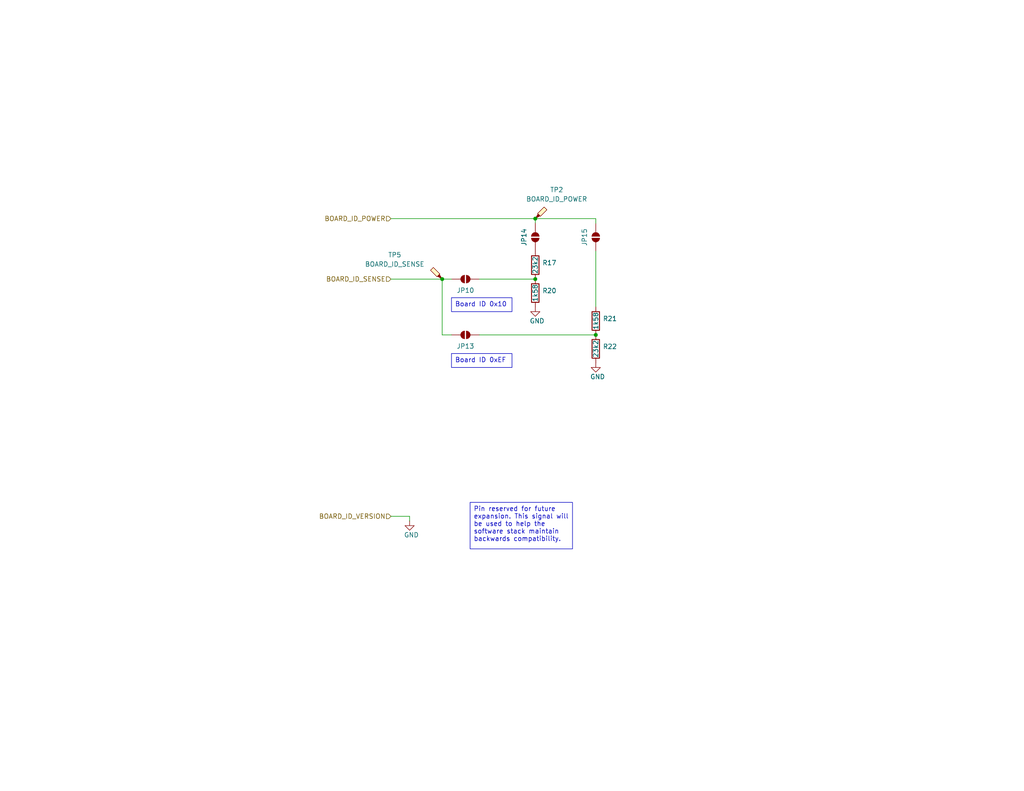
<source format=kicad_sch>
(kicad_sch (version 20231120) (generator "eeschema") (generator_version "8.0")
  (paper "USLetter")
  (lib_symbols
    (symbol "Connector:TestPoint_Probe" (pin_numbers hide) (pin_names (offset 0.762) hide)
      (property "Reference" "TP" (at 1.651 5.842 0))
      (property "Value" "TestPoint_Probe" (at 1.651 4.064 0))
      (symbol "TestPoint_Probe_0_1"
        (polyline (pts (xy 1.27 0.762) (xy 0 0) (xy 0.762 1.27) (xy 1.27 0.762)) (fill (type outline)))
        (polyline (pts (xy 1.397 0.635) (xy 0.635 1.397) (xy 2.413 3.175) (xy 3.175 2.413) (xy 1.397 0.635)) (fill (type background)))
      )
      (symbol "TestPoint_Probe_1_1"
        (pin passive line (at 0 0 90) (length 0) (name "1") (number "1"))
      )
    )
    (symbol "Device:R" (pin_numbers hide) (pin_names (offset 0))
      (property "Reference" "R" (at 2.032 0 90))
      (property "Value" "R" (at 0 0 90))
      (symbol "R_0_1"
        (rectangle (start -1.016 -2.54) (end 1.016 2.54) (stroke (width 0.254)))
      )
      (symbol "R_1_1"
        (pin passive line (at 0 3.81 270) (length 1.27) (name "~") (number "1"))
        (pin passive line (at 0 -3.81 90) (length 1.27) (name "~") (number "2"))
      )
    )
    (symbol "Jumper:SolderJumper_2_Open" (pin_numbers hide) (pin_names (offset 0) hide) (exclude_from_sim yes) (in_bom no)
      (property "Reference" "JP" (at 0 2.032 0))
      (property "Value" "SolderJumper_2_Open" (at 0 -2.54 0))
      (symbol "SolderJumper_2_Open_0_1"
        (arc (start -0.254 1.016) (mid -1.2656 0) (end -0.254 -1.016))
        (arc (start -0.254 1.016) (mid -1.2656 0) (end -0.254 -1.016) (fill (type outline)))
        (polyline (pts (xy -0.254 1.016) (xy -0.254 -1.016)))
        (polyline (pts (xy 0.254 1.016) (xy 0.254 -1.016)))
        (arc (start 0.254 -1.016) (mid 1.2656 0) (end 0.254 1.016))
        (arc (start 0.254 -1.016) (mid 1.2656 0) (end 0.254 1.016) (fill (type outline)))
      )
      (symbol "SolderJumper_2_Open_1_1"
        (pin passive line (at -3.81 0 0) (length 2.54) (name "A") (number "1"))
        (pin passive line (at 3.81 0 180) (length 2.54) (name "B") (number "2"))
      )
    )
    (symbol "power:GND" (power) (pin_numbers hide) (pin_names (offset 0) hide)
      (property "Value" "GND" (at 0 -3.81 0))
      (symbol "GND_0_1"
        (polyline (pts (xy 0 0) (xy 0 -1.27) (xy 1.27 -1.27) (xy 0 -2.54) (xy -1.27 -1.27) (xy 0 -1.27)))
      )
      (symbol "GND_1_1"
        (pin power_in line (at 0 0 270) (length 0) (name "~") (number "1"))
      )
    )
  )
  (junction (at 162.56 91.44))
  (junction (at 146.05 59.69))
  (junction (at 120.65 76.2))
  (junction (at 146.05 76.2))
  (wire (pts (xy 162.56 59.69) (xy 146.05 59.69)))
  (wire (pts (xy 106.68 140.97) (xy 111.76 140.97)))
  (wire (pts (xy 111.76 140.97) (xy 111.76 142.24)))
  (wire (pts (xy 130.81 76.2) (xy 146.05 76.2)))
  (wire (pts (xy 106.68 59.69) (xy 146.05 59.69)))
  (wire (pts (xy 120.65 76.2) (xy 123.19 76.2)))
  (wire (pts (xy 120.65 91.44) (xy 123.19 91.44)))
  (wire (pts (xy 162.56 68.58) (xy 162.56 83.82)))
  (wire (pts (xy 146.05 59.69) (xy 146.05 60.96)))
  (wire (pts (xy 106.68 76.2) (xy 120.65 76.2)))
  (wire (pts (xy 130.81 91.44) (xy 162.56 91.44)))
  (wire (pts (xy 120.65 76.2) (xy 120.65 91.44)))
  (wire (pts (xy 162.56 60.96) (xy 162.56 59.69)))
  (text_box "Board ID 0xEF" (at 123.19 96.52 0) (size 16.51 3.81) (effects (font (size 1.27 1.27)) (justify left top)))
  (text_box "Pin reserved for future expansion. This signal will be used to help the software stack maintain backwards compatibility." (at 128.27 137.16 0) (size 27.94 12.7) (effects (font (size 1.27 1.27)) (justify left top)))
  (text_box "Board ID 0x10" (at 123.19 81.28 0) (size 16.51 3.81) (effects (font (size 1.27 1.27)) (justify left top)))
  (hierarchical_label "BOARD_ID_VERSION" (shape input) (at 106.68 140.97 180))
  (hierarchical_label "BOARD_ID_SENSE" (shape input) (at 106.68 76.2 180))
  (hierarchical_label "BOARD_ID_POWER" (shape input) (at 106.68 59.69 180))
  (symbol (lib_id "Device:R") (at 162.56 87.63 0) (mirror y) (unit 1)
    (property "Reference" "R21" (at 164.465 86.995 0) (effects (justify right)))
    (property "Value" "1k58" (at 162.56 87.63 90))
    (property "Footprint" "footprints:Nondescript_R_0402_1005Metric" (effects (hide yes)))
    (property "Active" "Y" (effects (hide yes)))
    (property "MPN" "C113483" (effects (hide yes)))
    (property "Manufacturer" "UNI-ROYAL(Uniroyal Elec)" (effects (hide yes)))
    (property "Manufacturer Part Number" "0402WGF1581TCE" (effects (hide yes)))
    (property "Basic or Extended Component" "Extended" (effects (hide yes)))
  )
  (symbol (lib_id "Jumper:SolderJumper_2_Open") (at 146.05 64.77 270) (unit 1) (exclude_from_sim yes) (in_bom no)
    (property "Reference" "JP14" (at 142.24 64.77 0) (effects (justify bottom)))
    (property "Value" "0x10" (effects (hide yes)))
    (property "Footprint" "Jumper:SolderJumper-2_P1.3mm_Open_RoundedPad1.0x1.5mm" (effects (hide yes)))
    (property "MPN" "NA" (effects (hide yes)))
  )
  (symbol (lib_id "power:GND") (at 162.56 99.06 0) (mirror y) (unit 1)
    (property "Reference" "#PWR17" (effects (hide yes)))
    (property "Value" "GND" (at 165.1 102.87 0) (effects (justify left)))
  )
  (symbol (lib_id "Device:R") (at 162.56 95.25 0) (mirror y) (unit 1)
    (property "Reference" "R22" (at 164.465 94.615 0) (effects (justify right)))
    (property "Value" "23k2" (at 162.56 95.25 90))
    (property "Footprint" "footprints:Nondescript_R_0402_1005Metric" (effects (hide yes)))
    (property "Active" "Y" (effects (hide yes)))
    (property "MPN" "C25873" (effects (hide yes)))
    (property "Manufacturer" "UNI-ROYAL(Uniroyal Elec)" (effects (hide yes)))
    (property "Manufacturer Part Number" "0402WGF2322TCE" (effects (hide yes)))
    (property "Basic or Extended Component" "Extended" (effects (hide yes)))
  )
  (symbol (lib_id "power:GND") (at 111.76 142.24 0) (mirror y) (unit 1)
    (property "Reference" "#PWR57" (effects (hide yes)))
    (property "Value" "GND" (at 114.3 146.05 0) (effects (justify left)))
  )
  (symbol (lib_id "Jumper:SolderJumper_2_Open") (at 127 76.2 0) (unit 1) (exclude_from_sim yes) (in_bom no)
    (property "Reference" "JP10" (at 127 80.01 0) (effects (justify bottom)))
    (property "Value" "SolderJumper_2_Open" (effects (hide yes)))
    (property "Footprint" "Jumper:SolderJumper-2_P1.3mm_Open_RoundedPad1.0x1.5mm" (effects (hide yes)))
    (property "MPN" "NA" (effects (hide yes)))
  )
  (symbol (lib_id "Device:R") (at 146.05 80.01 0) (mirror y) (unit 1)
    (property "Reference" "R20" (at 147.955 79.375 0) (effects (justify right)))
    (property "Value" "1k58" (at 146.05 80.01 90))
    (property "Footprint" "footprints:Nondescript_R_0402_1005Metric" (effects (hide yes)))
    (property "Active" "Y" (effects (hide yes)))
    (property "MPN" "C113483" (effects (hide yes)))
    (property "Manufacturer" "UNI-ROYAL(Uniroyal Elec)" (effects (hide yes)))
    (property "Manufacturer Part Number" "0402WGF1581TCE" (effects (hide yes)))
    (property "Basic or Extended Component" "Extended" (effects (hide yes)))
  )
  (symbol (lib_id "Device:R") (at 146.05 72.39 0) (mirror y) (unit 1)
    (property "Reference" "R17" (at 147.955 71.755 0) (effects (justify right)))
    (property "Value" "23k2" (at 146.05 72.39 90))
    (property "Footprint" "footprints:Nondescript_R_0402_1005Metric" (effects (hide yes)))
    (property "Active" "Y" (effects (hide yes)))
    (property "MPN" "C25873" (effects (hide yes)))
    (property "Manufacturer" "UNI-ROYAL(Uniroyal Elec)" (effects (hide yes)))
    (property "Manufacturer Part Number" "0402WGF2322TCE" (effects (hide yes)))
    (property "Basic or Extended Component" "Extended" (effects (hide yes)))
  )
  (symbol (lib_id "Jumper:SolderJumper_2_Open") (at 127 91.44 0) (unit 1) (exclude_from_sim yes) (in_bom no)
    (property "Reference" "JP13" (at 127 95.25 0) (effects (justify bottom)))
    (property "Value" "SolderJumper_2_Open" (effects (hide yes)))
    (property "Footprint" "Jumper:SolderJumper-2_P1.3mm_Open_RoundedPad1.0x1.5mm" (effects (hide yes)))
    (property "MPN" "NA" (effects (hide yes)))
  )
  (symbol (lib_id "Connector:TestPoint_Probe") (at 146.05 59.69 0) (unit 1) (in_bom no)
    (property "Reference" "TP2" (at 151.892 51.816 0))
    (property "Value" "BOARD_ID_POWER" (at 151.892 54.356 0))
    (property "Footprint" "footprints:TestPoint_Pad_D1.5mm" (effects (hide yes)))
    (property "Description" "test point (alternative probe-style design)" (effects (hide yes)))
    (property "Active" "Y" (effects (hide yes)))
    (property "MPN" "NA" (effects (hide yes)))
  )
  (symbol (lib_id "Connector:TestPoint_Probe") (at 120.65 76.2 90) (unit 1) (in_bom no)
    (property "Reference" "TP5" (at 107.696 69.596 90))
    (property "Value" "BOARD_ID_SENSE" (at 107.696 72.136 90))
    (property "Footprint" "footprints:TestPoint_Pad_D1.5mm" (effects (hide yes)))
    (property "Description" "test point (alternative probe-style design)" (effects (hide yes)))
    (property "Active" "Y" (effects (hide yes)))
    (property "MPN" "NA" (effects (hide yes)))
  )
  (symbol (lib_id "Jumper:SolderJumper_2_Open") (at 162.56 64.77 270) (unit 1) (exclude_from_sim yes) (in_bom no)
    (property "Reference" "JP15" (at 158.75 64.77 0) (effects (justify bottom)))
    (property "Value" "0xEF" (effects (hide yes)))
    (property "Footprint" "Jumper:SolderJumper-2_P1.3mm_Open_RoundedPad1.0x1.5mm" (effects (hide yes)))
    (property "MPN" "NA" (effects (hide yes)))
  )
  (symbol (lib_id "power:GND") (at 146.05 83.82 0) (mirror y) (unit 1)
    (property "Reference" "#PWR16" (effects (hide yes)))
    (property "Value" "GND" (at 148.59 87.63 0) (effects (justify left)))
  )
)
</source>
